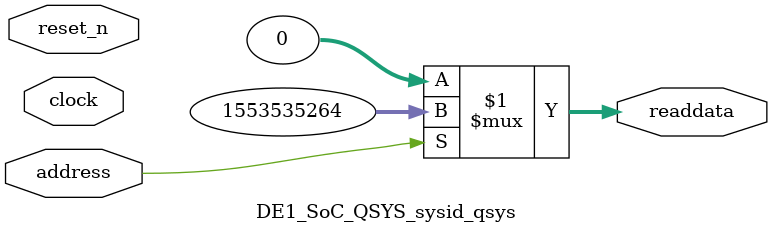
<source format=v>

`timescale 1ns / 1ps
// synthesis translate_on

// turn off superfluous verilog processor warnings 
// altera message_level Level1 
// altera message_off 10034 10035 10036 10037 10230 10240 10030 

module DE1_SoC_QSYS_sysid_qsys (
               // inputs:
                address,
                clock,
                reset_n,

               // outputs:
                readdata
             )
;

  output  [ 31: 0] readdata;
  input            address;
  input            clock;
  input            reset_n;

  wire    [ 31: 0] readdata;
  //control_slave, which is an e_avalon_slave
  assign readdata = address ? 1553535264 : 0;

endmodule




</source>
